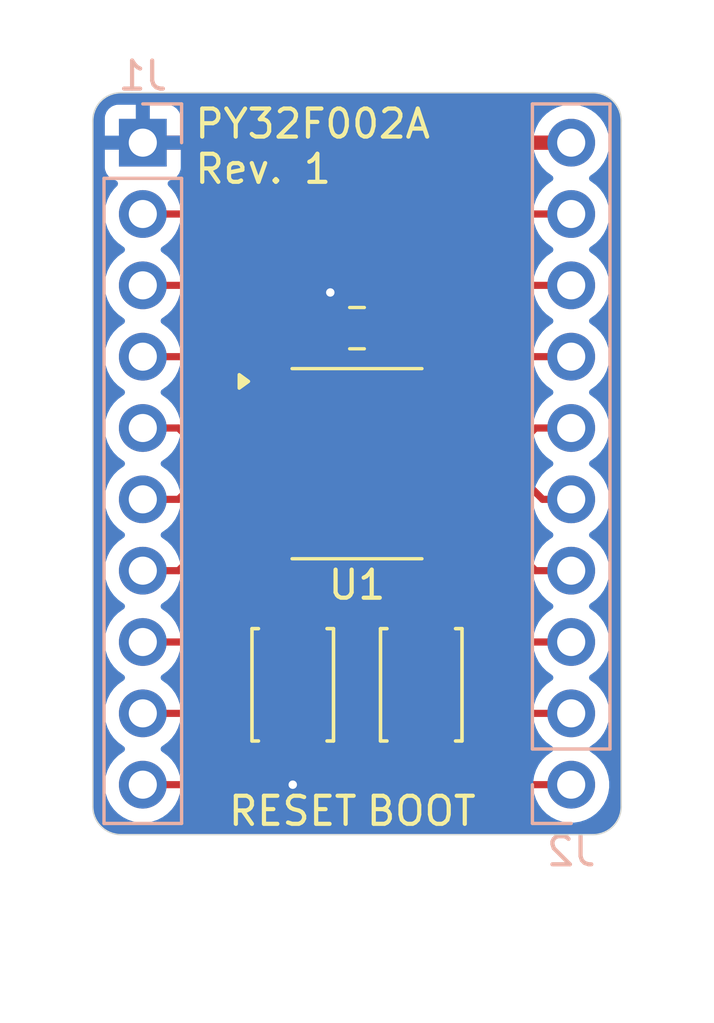
<source format=kicad_pcb>
(kicad_pcb (version 20241229) (generator "pcbnew") (generator_version "9.0")
  (layers (0 "F.Cu" signal) (2 "B.Cu" mixed) (13 "F.Paste" user) (15 "B.Paste" user) (5 "F.SilkS" user "F.Silkscreen") (1 "F.Mask" user) (3 "B.Mask" user) (25 "Edge.Cuts" user))
  (net 0 "")
  (net 1 "PA5")
  (net 2 "PB6{slash}PF4{slash}BOOT0")
  (net 3 "GND")
  (net 4 "PF1{slash}OSCOUT")
  (net 5 "PF2{slash}~{RST}")
  (net 6 "PB3")
  (net 7 "PF0{slash}OSCIN")
  (net 8 "PA6")
  (net 9 "PA13{slash}SWD")
  (net 10 "PA14{slash}SWC")
  (net 11 "PA0")
  (net 12 "PA4")
  (net 13 "PA2")
  (net 14 "VCC")
  (net 15 "PA7")
  (net 16 "PB0")
  (net 17 "PB2")
  (net 18 "PA3")
  (net 19 "PA1")
  (net 20 "PB1")
  (footprint "Package_SO:TSSOP-20_4.4x6.5mm_P0.65mm" (layer "F.Cu") (at 121.92 69.85)
    (property "Reference" "U1" (at 0 4.318 0) (layer "F.SilkS"))
    (property "Value" "PY32F002AF15P")
    (fp_line (start -2.31 -3.385) (end 2.31 -3.385) (stroke (width 0.12)) (layer "F.SilkS"))
    (fp_line (start 2.31 3.385) (end -2.31 3.385) (stroke (width 0.12)) (layer "F.SilkS"))
    (fp_poly (pts (xy -3.86 -2.93) (xy -4.19 -2.69) (xy -4.19 -3.17)) (stroke (width 0.12)) (fill yes) (layer "F.SilkS"))
    (pad "1" smd roundrect (at -2.8625 -2.925) (size 1.475 0.4) (layers "F.Cu" "F.Mask" "F.Paste") (net 3 "GND"))
    (pad "2" smd roundrect (at -2.8625 -2.275) (size 1.475 0.4) (layers "F.Cu" "F.Mask" "F.Paste") (net 9 "PA13{slash}SWD"))
    (pad "3" smd roundrect (at -2.8625 -1.625) (size 1.475 0.4) (layers "F.Cu" "F.Mask" "F.Paste") (net 10 "PA14{slash}SWC"))
    (pad "4" smd roundrect (at -2.8625 -0.975) (size 1.475 0.4) (layers "F.Cu" "F.Mask" "F.Paste") (net 6 "PB3"))
    (pad "5" smd roundrect (at -2.8625 -0.325) (size 1.475 0.4) (layers "F.Cu" "F.Mask" "F.Paste") (net 2 "PB6{slash}PF4{slash}BOOT0"))
    (pad "6" smd roundrect (at -2.8625 0.325) (size 1.475 0.4) (layers "F.Cu" "F.Mask" "F.Paste") (net 8 "PA6"))
    (pad "7" smd roundrect (at -2.8625 0.975) (size 1.475 0.4) (layers "F.Cu" "F.Mask" "F.Paste") (net 1 "PA5"))
    (pad "8" smd roundrect (at -2.8625 1.625) (size 1.475 0.4) (layers "F.Cu" "F.Mask" "F.Paste") (net 7 "PF0{slash}OSCIN"))
    (pad "9" smd roundrect (at -2.8625 2.275) (size 1.475 0.4) (layers "F.Cu" "F.Mask" "F.Paste") (net 4 "PF1{slash}OSCOUT"))
    (pad "10" smd roundrect (at -2.8625 2.925) (size 1.475 0.4) (layers "F.Cu" "F.Mask" "F.Paste") (net 5 "PF2{slash}~{RST}"))
    (pad "11" smd roundrect (at 2.8625 2.925) (size 1.475 0.4) (layers "F.Cu" "F.Mask" "F.Paste") (net 11 "PA0"))
    (pad "12" smd roundrect (at 2.8625 2.275) (size 1.475 0.4) (layers "F.Cu" "F.Mask" "F.Paste") (net 19 "PA1"))
    (pad "13" smd roundrect (at 2.8625 1.625) (size 1.475 0.4) (layers "F.Cu" "F.Mask" "F.Paste") (net 13 "PA2"))
    (pad "14" smd roundrect (at 2.8625 0.975) (size 1.475 0.4) (layers "F.Cu" "F.Mask" "F.Paste") (net 18 "PA3"))
    (pad "15" smd roundrect (at 2.8625 0.325) (size 1.475 0.4) (layers "F.Cu" "F.Mask" "F.Paste") (net 12 "PA4"))
    (pad "16" smd roundrect (at 2.8625 -0.325) (size 1.475 0.4) (layers "F.Cu" "F.Mask" "F.Paste") (net 15 "PA7"))
    (pad "17" smd roundrect (at 2.8625 -0.975) (size 1.475 0.4) (layers "F.Cu" "F.Mask" "F.Paste") (net 16 "PB0"))
    (pad "18" smd roundrect (at 2.8625 -1.625) (size 1.475 0.4) (layers "F.Cu" "F.Mask" "F.Paste") (net 17 "PB2"))
    (pad "19" smd roundrect (at 2.8625 -2.275) (size 1.475 0.4) (layers "F.Cu" "F.Mask" "F.Paste") (net 20 "PB1"))
    (pad "20" smd roundrect (at 2.8625 -2.925) (size 1.475 0.4) (layers "F.Cu" "F.Mask" "F.Paste") (net 14 "VCC"))
  )
  (footprint "PCM_JLCPCB:SW_TS-1088-AR02016" (layer "F.Cu") (at 124.206 77.724 -90)
    (property "Reference" "SW2" (hide yes))
    (property "Value" "SW_Push")
    (fp_line (start -2 1.45) (end -2 1.22) (stroke (width 0.127)) (layer "F.SilkS"))
    (fp_line (start 2 1.45) (end -2 1.45) (stroke (width 0.127)) (layer "F.SilkS"))
    (fp_line (start 2 1.45) (end 2 1.22) (stroke (width 0.127)) (layer "F.SilkS"))
    (fp_line (start -2 -1.22) (end -2 -1.45) (stroke (width 0.127)) (layer "F.SilkS"))
    (fp_line (start -2 -1.45) (end 2 -1.45) (stroke (width 0.127)) (layer "F.SilkS"))
    (fp_line (start 2 -1.45) (end 2 -1.22) (stroke (width 0.127)) (layer "F.SilkS"))
    (pad "1" smd roundrect (at -2.075001 0 270) (size 1.35 1.8) (layers "F.Cu" "F.Mask" "F.Paste") (roundrect_rratio 0.1851851852) (net 2 "PB6{slash}PF4{slash}BOOT0"))
    (pad "2" smd roundrect (at 2.075001 0 270) (size 1.35 1.8) (layers "F.Cu" "F.Mask" "F.Paste") (roundrect_rratio 0.1851851852) (net 14 "VCC"))
  )
  (footprint "Capacitor_SMD:C_0805_2012Metric_Pad1.18x1.45mm_HandSolder" (layer "F.Cu") (at 121.92 65.024 180)
    (property "Reference" "C1" (hide yes))
    (property "Value" "1µF")
    (fp_line (start -0.261252 0.735) (end 0.261252 0.735) (stroke (width 0.12)) (layer "F.SilkS"))
    (fp_line (start -0.261252 -0.735) (end 0.261252 -0.735) (stroke (width 0.12)) (layer "F.SilkS"))
    (pad "1" smd roundrect (at -1.0375 0 180) (size 1.175 1.45) (layers "F.Cu" "F.Mask" "F.Paste") (roundrect_rratio 0.212766) (net 14 "VCC"))
    (pad "2" smd roundrect (at 1.0375 0 180) (size 1.175 1.45) (layers "F.Cu" "F.Mask" "F.Paste") (roundrect_rratio 0.212766) (net 3 "GND"))
  )
  (footprint "PCM_JLCPCB:SW_TS-1088-AR02016" (layer "F.Cu") (at 119.634 77.724 90)
    (property "Reference" "SW1" (hide yes))
    (property "Value" "SW_Push")
    (fp_line (start 2 -1.45) (end 2 -1.22) (stroke (width 0.127)) (layer "F.SilkS"))
    (fp_line (start -2 -1.45) (end 2 -1.45) (stroke (width 0.127)) (layer "F.SilkS"))
    (fp_line (start -2 -1.22) (end -2 -1.45) (stroke (width 0.127)) (layer "F.SilkS"))
    (fp_line (start 2 1.45) (end 2 1.22) (stroke (width 0.127)) (layer "F.SilkS"))
    (fp_line (start 2 1.45) (end -2 1.45) (stroke (width 0.127)) (layer "F.SilkS"))
    (fp_line (start -2 1.45) (end -2 1.22) (stroke (width 0.127)) (layer "F.SilkS"))
    (pad "1" smd roundrect (at -2.075001 0 90) (size 1.35 1.8) (layers "F.Cu" "F.Mask" "F.Paste") (roundrect_rratio 0.1851851852) (net 3 "GND"))
    (pad "2" smd roundrect (at 2.075001 0 90) (size 1.35 1.8) (layers "F.Cu" "F.Mask" "F.Paste") (roundrect_rratio 0.1851851852) (net 5 "PF2{slash}~{RST}"))
  )
  (footprint "Connector_PinHeader_2.54mm:PinHeader_1x10_P2.54mm_Vertical" (layer "B.Cu") (at 129.54 81.28)
    (property "Reference" "J2" (at 0 2.38 0) (layer "B.SilkS") (effects (justify mirror)))
    (property "Value" "Conn_01x10")
    (fp_line (start -1.38 -24.24) (end 1.38 -24.24) (stroke (width 0.12)) (layer "B.SilkS"))
    (fp_line (start -1.38 -1.27) (end -1.38 -24.24) (stroke (width 0.12)) (layer "B.SilkS"))
    (fp_line (start -1.38 -1.27) (end 1.38 -1.27) (stroke (width 0.12)) (layer "B.SilkS"))
    (fp_line (start -1.38 1.38) (end 0 1.379999) (stroke (width 0.12)) (layer "B.SilkS"))
    (fp_line (start -1.379999 0) (end -1.38 1.38) (stroke (width 0.12)) (layer "B.SilkS"))
    (fp_line (start 1.38 -1.27) (end 1.38 -24.24) (stroke (width 0.12)) (layer "B.SilkS"))
    (pad "1" thru_hole circle (at 0 0) (size 1.7 1.7) (drill 1) (layers "*.Cu" "*.Mask") (net 11 "PA0"))
    (pad "2" thru_hole circle (at 0 -2.54) (size 1.7 1.7) (drill 1) (layers "*.Cu" "*.Mask") (net 19 "PA1"))
    (pad "3" thru_hole circle (at 0 -5.079999) (size 1.7 1.7) (drill 1) (layers "*.Cu" "*.Mask") (net 13 "PA2"))
    (pad "4" thru_hole circle (at 0 -7.62) (size 1.7 1.7) (drill 1) (layers "*.Cu" "*.Mask") (net 18 "PA3"))
    (pad "5" thru_hole circle (at 0 -10.16) (size 1.7 1.7) (drill 1) (layers "*.Cu" "*.Mask") (net 12 "PA4"))
    (pad "6" thru_hole circle (at 0 -12.7) (size 1.7 1.7) (drill 1) (layers "*.Cu" "*.Mask") (net 15 "PA7"))
    (pad "7" thru_hole circle (at 0 -15.24) (size 1.7 1.7) (drill 1) (layers "*.Cu" "*.Mask") (net 16 "PB0"))
    (pad "8" thru_hole circle (at 0 -17.780001) (size 1.7 1.7) (drill 1) (layers "*.Cu" "*.Mask") (net 17 "PB2"))
    (pad "9" thru_hole circle (at 0 -20.32) (size 1.7 1.7) (drill 1) (layers "*.Cu" "*.Mask") (net 20 "PB1"))
    (pad "10" thru_hole circle (at 0 -22.86) (size 1.7 1.7) (drill 1) (layers "*.Cu" "*.Mask") (net 14 "VCC"))
  )
  (footprint "Connector_PinHeader_2.54mm:PinHeader_1x10_P2.54mm_Vertical" (layer "B.Cu") (at 114.3 58.42 180)
    (property "Reference" "J1" (at 0 2.38 0) (layer "B.SilkS") (effects (justify mirror)))
    (property "Value" "Conn_01x10")
    (fp_line (start 1.38 -1.27) (end 1.38 -24.24) (stroke (width 0.12)) (layer "B.SilkS"))
    (fp_line (start -1.379999 0) (end -1.38 1.38) (stroke (width 0.12)) (layer "B.SilkS"))
    (fp_line (start -1.38 1.38) (end 0 1.379999) (stroke (width 0.12)) (layer "B.SilkS"))
    (fp_line (start -1.38 -1.27) (end 1.38 -1.27) (stroke (width 0.12)) (layer "B.SilkS"))
    (fp_line (start -1.38 -1.27) (end -1.38 -24.24) (stroke (width 0.12)) (layer "B.SilkS"))
    (fp_line (start -1.38 -24.24) (end 1.38 -24.24) (stroke (width 0.12)) (layer "B.SilkS"))
    (pad "1" thru_hole rect (at 0 0 180) (size 1.7 1.7) (drill 1) (layers "*.Cu" "*.Mask") (net 3 "GND"))
    (pad "2" thru_hole circle (at 0 -2.54 180) (size 1.7 1.7) (drill 1) (layers "*.Cu" "*.Mask") (net 9 "PA13{slash}SWD"))
    (pad "3" thru_hole circle (at 0 -5.079999 180) (size 1.7 1.7) (drill 1) (layers "*.Cu" "*.Mask") (net 10 "PA14{slash}SWC"))
    (pad "4" thru_hole circle (at 0 -7.62 180) (size 1.7 1.7) (drill 1) (layers "*.Cu" "*.Mask") (net 6 "PB3"))
    (pad "5" thru_hole circle (at 0 -10.16 180) (size 1.7 1.7) (drill 1) (layers "*.Cu" "*.Mask") (net 2 "PB6{slash}PF4{slash}BOOT0"))
    (pad "6" thru_hole circle (at 0 -12.7 180) (size 1.7 1.7) (drill 1) (layers "*.Cu" "*.Mask") (net 8 "PA6"))
    (pad "7" thru_hole circle (at 0 -15.24 180) (size 1.7 1.7) (drill 1) (layers "*.Cu" "*.Mask") (net 1 "PA5"))
    (pad "8" thru_hole circle (at 0 -17.780001 180) (size 1.7 1.7) (drill 1) (layers "*.Cu" "*.Mask") (net 7 "PF0{slash}OSCIN"))
    (pad "9" thru_hole circle (at 0 -20.32 180) (size 1.7 1.7) (drill 1) (layers "*.Cu" "*.Mask") (net 4 "PF1{slash}OSCOUT"))
    (pad "10" thru_hole circle (at 0 -22.86 180) (size 1.7 1.7) (drill 1) (layers "*.Cu" "*.Mask") (net 5 "PF2{slash}~{RST}"))
  )
  (gr_arc (start 113.522 83.058) (mid 112.814893 82.765107) (end 112.522 82.058) (stroke (width 0.05)) (layer "Edge.Cuts"))
  (gr_line (start 131.318 57.642) (end 131.318 82.058) (stroke (width 0.05)) (layer "Edge.Cuts"))
  (gr_arc (start 131.318 82.058) (mid 131.025107 82.765107) (end 130.318 83.058) (stroke (width 0.05)) (layer "Edge.Cuts"))
  (gr_arc (start 130.318 56.642) (mid 131.025107 56.934893) (end 131.318 57.642) (stroke (width 0.05)) (layer "Edge.Cuts"))
  (gr_line (start 112.522 82.058) (end 112.522 57.642) (stroke (width 0.05)) (layer "Edge.Cuts"))
  (gr_line (start 130.318 83.058) (end 113.522 83.058) (stroke (width 0.05)) (layer "Edge.Cuts"))
  (gr_line (start 113.522 56.642) (end 130.318 56.642) (stroke (width 0.05)) (layer "Edge.Cuts"))
  (gr_arc (start 112.522 57.642) (mid 112.814893 56.934893) (end 113.522 56.642) (stroke (width 0.05)) (layer "Edge.Cuts"))
  (gr_text "BOOT" (at 124.206 82.804 0) (layer "F.SilkS") (effects (font (size 1 1)) (justify bottom)))
  (gr_text "PY32F002A\nRev. 1" (at 116.078 59.944 0) (layer "F.SilkS") (effects (font (size 1 1)) (justify left bottom)))
  (gr_text "RESET" (at 119.634 82.804 0) (layer "F.SilkS") (effects (font (size 1 1)) (justify bottom)))
  (segment (start 115.57 73.66) (end 114.3 73.66) (width 0.254) (layer "F.Cu") (net 1))
  (segment (start 116.078 71.628) (end 116.078 73.152) (width 0.254) (layer "F.Cu") (net 1))
  (segment (start 119.0575 70.825) (end 116.881 70.825) (width 0.254) (layer "F.Cu") (net 1))
  (segment (start 116.078 73.152) (end 115.57 73.66) (width 0.254) (layer "F.Cu") (net 1))
  (segment (start 116.881 70.825) (end 116.078 71.628) (width 0.254) (layer "F.Cu") (net 1))
  (segment (start 122.849998 75.648999) (end 124.206 75.648999) (width 0.254) (layer "F.Cu") (net 2))
  (segment (start 122.428 71.628) (end 122.428 75.227001) (width 0.254) (layer "F.Cu") (net 2))
  (segment (start 119.0575 69.525) (end 120.325 69.525) (width 0.254) (layer "F.Cu") (net 2))
  (segment (start 120.325 69.525) (end 122.428 71.628) (width 0.254) (layer "F.Cu") (net 2))
  (segment (start 119.0575 69.525) (end 116.515 69.525) (width 0.254) (layer "F.Cu") (net 2))
  (segment (start 116.515 69.525) (end 115.57 68.58) (width 0.254) (layer "F.Cu") (net 2))
  (segment (start 115.57 68.58) (end 114.3 68.58) (width 0.254) (layer "F.Cu") (net 2))
  (segment (start 122.428 75.227001) (end 122.849998 75.648999) (width 0.254) (layer "F.Cu") (net 2))
  (segment (start 120.970001 63.754) (end 120.970001 64.77) (width 0.508) (layer "F.Cu") (net 3))
  (segment (start 120.970001 62.804001) (end 120.970001 63.754) (width 0.508) (layer "F.Cu") (net 3))
  (segment (start 116.586 58.42) (end 120.970001 62.804001) (width 0.508) (layer "F.Cu") (net 3))
  (segment (start 120.273 66.925) (end 120.970001 66.227999) (width 0.381) (layer "F.Cu") (net 3))
  (segment (start 114.3 58.42) (end 116.586 58.42) (width 0.508) (layer "F.Cu") (net 3))
  (segment (start 119.0575 66.925) (end 120.273 66.925) (width 0.381) (layer "F.Cu") (net 3))
  (segment (start 119.634 79.799001) (end 119.634 81.28) (width 0.508) (layer "F.Cu") (net 3))
  (segment (start 120.970001 66.227999) (end 120.970001 64.77) (width 0.381) (layer "F.Cu") (net 3))
  (via (at 120.970001 63.754) (size 0.6) (drill 0.3) (layers "F.Cu" "B.Cu") (net 3))
  (via (at 119.634 81.28) (size 0.6) (drill 0.3) (layers "F.Cu" "B.Cu") (net 3))
  (segment (start 117.094 78.232) (end 116.586 78.74) (width 0.254) (layer "F.Cu") (net 4))
  (segment (start 119.0575 72.125) (end 117.613 72.125) (width 0.254) (layer "F.Cu") (net 4))
  (segment (start 116.586 78.74) (end 114.3 78.74) (width 0.254) (layer "F.Cu") (net 4))
  (segment (start 117.094 72.644) (end 117.094 78.232) (width 0.254) (layer "F.Cu") (net 4))
  (segment (start 117.613 72.125) (end 117.094 72.644) (width 0.254) (layer "F.Cu") (net 4))
  (segment (start 117.979 72.775) (end 117.602 73.152) (width 0.254) (layer "F.Cu") (net 5))
  (segment (start 117.094 81.28) (end 114.3 81.28) (width 0.254) (layer "F.Cu") (net 5))
  (segment (start 121.412 75.184) (end 120.947001 75.648999) (width 0.254) (layer "F.Cu") (net 5))
  (segment (start 117.602 80.772) (end 117.094 81.28) (width 0.254) (layer "F.Cu") (net 5))
  (segment (start 119.0575 72.775) (end 120.781 72.775) (width 0.254) (layer "F.Cu") (net 5))
  (segment (start 117.602 73.152) (end 117.602 80.772) (width 0.254) (layer "F.Cu") (net 5))
  (segment (start 120.781 72.775) (end 121.412 73.406) (width 0.254) (layer "F.Cu") (net 5))
  (segment (start 119.0575 72.775) (end 117.979 72.775) (width 0.254) (layer "F.Cu") (net 5))
  (segment (start 120.947001 75.648999) (end 119.634 75.648999) (width 0.254) (layer "F.Cu") (net 5))
  (segment (start 121.412 73.406) (end 121.412 75.184) (width 0.254) (layer "F.Cu") (net 5))
  (segment (start 116.332 66.548) (end 115.824 66.04) (width 0.254) (layer "F.Cu") (net 6))
  (segment (start 117.135 68.875) (end 116.332 68.072) (width 0.254) (layer "F.Cu") (net 6))
  (segment (start 115.824 66.04) (end 114.3 66.04) (width 0.254) (layer "F.Cu") (net 6))
  (segment (start 119.0575 68.875) (end 117.135 68.875) (width 0.254) (layer "F.Cu") (net 6))
  (segment (start 116.332 68.072) (end 116.332 66.548) (width 0.254) (layer "F.Cu") (net 6))
  (segment (start 118.659 68.875) (end 118.618 68.834) (width 0.254) (layer "F.Cu") (net 6))
  (segment (start 119.0575 68.875) (end 118.659 68.875) (width 0.254) (layer "F.Cu") (net 6))
  (segment (start 116.586 72.136) (end 116.586 75.692) (width 0.254) (layer "F.Cu") (net 7))
  (segment (start 119.0575 71.475) (end 117.247 71.475) (width 0.254) (layer "F.Cu") (net 7))
  (segment (start 116.586 75.692) (end 116.078 76.2) (width 0.254) (layer "F.Cu") (net 7))
  (segment (start 117.247 71.475) (end 116.586 72.136) (width 0.254) (layer "F.Cu") (net 7))
  (segment (start 116.078 76.2) (end 114.3 76.2) (width 0.254) (layer "F.Cu") (net 7))
  (segment (start 119.0575 70.175) (end 116.515 70.175) (width 0.254) (layer "F.Cu") (net 8))
  (segment (start 116.515 70.175) (end 115.57 71.12) (width 0.254) (layer "F.Cu") (net 8))
  (segment (start 115.57 71.12) (end 114.3 71.12) (width 0.254) (layer "F.Cu") (net 8))
  (segment (start 117.602 61.468) (end 117.094 60.96) (width 0.254) (layer "F.Cu") (net 9))
  (segment (start 117.094 60.96) (end 114.3 60.96) (width 0.254) (layer "F.Cu") (net 9))
  (segment (start 117.602 67.31) (end 117.602 61.468) (width 0.254) (layer "F.Cu") (net 9))
  (segment (start 119.0575 67.575) (end 117.867 67.575) (width 0.254) (layer "F.Cu") (net 9))
  (segment (start 117.867 67.575) (end 117.602 67.31) (width 0.254) (layer "F.Cu") (net 9))
  (segment (start 116.84 67.564) (end 116.84 64.008) (width 0.254) (layer "F.Cu") (net 10))
  (segment (start 119.0575 68.225) (end 117.501 68.225) (width 0.254) (layer "F.Cu") (net 10))
  (segment (start 117.501 68.225) (end 116.84 67.564) (width 0.254) (layer "F.Cu") (net 10))
  (segment (start 116.332 63.5) (end 114.3 63.5) (width 0.254) (layer "F.Cu") (net 10))
  (segment (start 116.84 64.008) (end 116.332 63.5) (width 0.254) (layer "F.Cu") (net 10))
  (segment (start 126.746 81.28) (end 129.54 81.28) (width 0.254) (layer "F.Cu") (net 11))
  (segment (start 126.238 73.152) (end 126.238 80.772) (width 0.254) (layer "F.Cu") (net 11))
  (segment (start 124.7825 72.775) (end 125.861 72.775) (width 0.254) (layer "F.Cu") (net 11))
  (segment (start 125.861 72.775) (end 126.238 73.152) (width 0.254) (layer "F.Cu") (net 11))
  (segment (start 126.238 80.772) (end 126.746 81.28) (width 0.254) (layer "F.Cu") (net 11))
  (segment (start 124.7825 70.175) (end 127.579 70.175) (width 0.254) (layer "F.Cu") (net 12))
  (segment (start 127.579 70.175) (end 128.524 71.12) (width 0.254) (layer "F.Cu") (net 12))
  (segment (start 128.524 71.12) (end 129.54 71.12) (width 0.254) (layer "F.Cu") (net 12))
  (segment (start 127.254 75.692) (end 127.762001 76.200001) (width 0.254) (layer "F.Cu") (net 13))
  (segment (start 124.7825 71.475) (end 126.847 71.475) (width 0.254) (layer "F.Cu") (net 13))
  (segment (start 126.847 71.475) (end 127.254 71.882) (width 0.254) (layer "F.Cu") (net 13))
  (segment (start 127.762001 76.200001) (end 129.54 76.200001) (width 0.254) (layer "F.Cu") (net 13))
  (segment (start 127.254 71.882) (end 127.254 75.692) (width 0.254) (layer "F.Cu") (net 13))
  (segment (start 122.869999 62.804001) (end 127.254 58.42) (width 0.508) (layer "F.Cu") (net 14))
  (segment (start 122.869999 64.77) (end 122.869999 66.227999) (width 0.381) (layer "F.Cu") (net 14))
  (segment (start 127.254 58.42) (end 129.54 58.42) (width 0.508) (layer "F.Cu") (net 14))
  (segment (start 125.73 76.962) (end 125.73 75.184) (width 0.254) (layer "F.Cu") (net 14))
  (segment (start 123.444 72.898) (end 123.444 66.802) (width 0.254) (layer "F.Cu") (net 14))
  (segment (start 124.206 78.486) (end 125.73 76.962) (width 0.254) (layer "F.Cu") (net 14))
  (segment (start 124.206 79.799001) (end 124.206 78.486) (width 0.254) (layer "F.Cu") (net 14))
  (segment (start 123.444 66.802) (end 123.567 66.925) (width 0.381) (layer "F.Cu") (net 14))
  (segment (start 122.869999 64.77) (end 122.869999 62.804001) (width 0.508) (layer "F.Cu") (net 14))
  (segment (start 123.567 66.925) (end 124.7825 66.925) (width 0.381) (layer "F.Cu") (net 14))
  (segment (start 122.869999 66.227999) (end 123.444 66.802) (width 0.381) (layer "F.Cu") (net 14))
  (segment (start 125.73 75.184) (end 123.444 72.898) (width 0.254) (layer "F.Cu") (net 14))
  (segment (start 128.27 68.58) (end 129.54 68.58) (width 0.254) (layer "F.Cu") (net 15))
  (segment (start 124.7825 69.525) (end 127.325 69.525) (width 0.254) (layer "F.Cu") (net 15))
  (segment (start 127.325 69.525) (end 128.27 68.58) (width 0.254) (layer "F.Cu") (net 15))
  (segment (start 127.508 66.548) (end 128.016 66.04) (width 0.254) (layer "F.Cu") (net 16))
  (segment (start 127.508 68.326) (end 127.508 66.548) (width 0.254) (layer "F.Cu") (net 16))
  (segment (start 128.016 66.04) (end 129.54 66.04) (width 0.254) (layer "F.Cu") (net 16))
  (segment (start 126.959 68.875) (end 127.508 68.326) (width 0.254) (layer "F.Cu") (net 16))
  (segment (start 124.7825 68.875) (end 126.959 68.875) (width 0.254) (layer "F.Cu") (net 16))
  (segment (start 127 64.008) (end 127.508 63.5) (width 0.254) (layer "F.Cu") (net 17))
  (segment (start 127 67.564) (end 127 64.008) (width 0.254) (layer "F.Cu") (net 17))
  (segment (start 126.339 68.225) (end 127 67.564) (width 0.254) (layer "F.Cu") (net 17))
  (segment (start 127.508 63.5) (end 129.54 63.499999) (width 0.254) (layer "F.Cu") (net 17))
  (segment (start 124.7825 68.225) (end 126.339 68.225) (width 0.254) (layer "F.Cu") (net 17))
  (segment (start 127.213 70.825) (end 127.762 71.374) (width 0.254) (layer "F.Cu") (net 18))
  (segment (start 127.762 73.152) (end 128.27 73.66) (width 0.254) (layer "F.Cu") (net 18))
  (segment (start 124.7825 70.825) (end 127.213 70.825) (width 0.254) (layer "F.Cu") (net 18))
  (segment (start 128.27 73.66) (end 129.54 73.66) (width 0.254) (layer "F.Cu") (net 18))
  (segment (start 127.762 71.374) (end 127.762 73.152) (width 0.254) (layer "F.Cu") (net 18))
  (segment (start 127.254 78.74) (end 129.54 78.74) (width 0.254) (layer "F.Cu") (net 19))
  (segment (start 126.227 72.125) (end 126.746 72.644) (width 0.254) (layer "F.Cu") (net 19))
  (segment (start 126.746 72.644) (end 126.746 78.232) (width 0.254) (layer "F.Cu") (net 19))
  (segment (start 126.746 78.232) (end 127.254 78.74) (width 0.254) (layer "F.Cu") (net 19))
  (segment (start 124.7825 72.125) (end 126.227 72.125) (width 0.254) (layer "F.Cu") (net 19))
  (segment (start 124.7825 67.575) (end 125.973 67.575) (width 0.254) (layer "F.Cu") (net 20))
  (segment (start 125.973 67.575) (end 126.238 67.31) (width 0.254) (layer "F.Cu") (net 20))
  (segment (start 126.238 61.468) (end 126.746 60.96) (width 0.254) (layer "F.Cu") (net 20))
  (segment (start 126.746 60.96) (end 129.54 60.96) (width 0.254) (layer "F.Cu") (net 20))
  (segment (start 126.238 67.31) (end 126.238 61.468) (width 0.254) (layer "F.Cu") (net 20))
  (zone (net 3) (net_name "GND") (layer "B.Cu") (connect_pads (clearance 0.5)) (min_thickness 0.25) (fill yes (thermal_gap 0.5) (thermal_bridge_width 0.5))
    (polygon (pts (xy 134.62 53.34) (xy 109.22 53.34) (xy 109.22 86.36) (xy 134.62 86.36)))
  )
)
</source>
